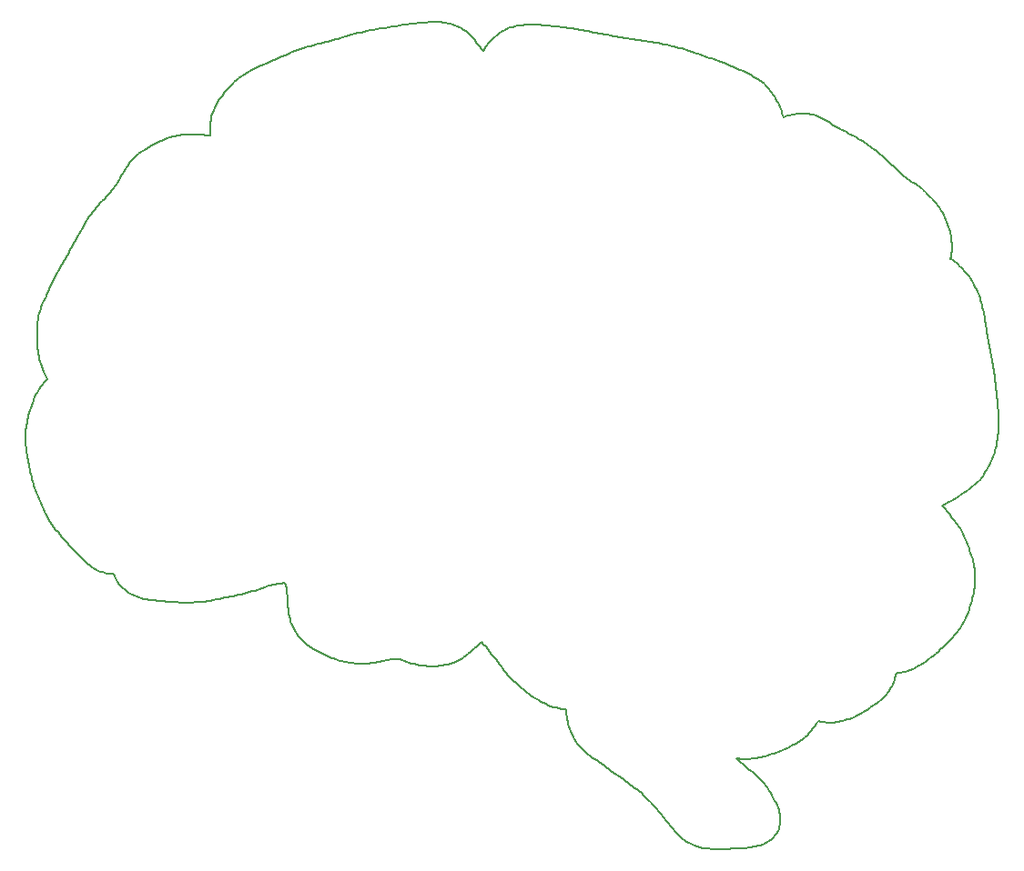
<source format=gbr>
%TF.GenerationSoftware,KiCad,Pcbnew,(6.0.10)*%
%TF.CreationDate,2022-12-29T11:48:08+01:00*%
%TF.ProjectId,brainBadge,62726169-6e42-4616-9467-652e6b696361,rev?*%
%TF.SameCoordinates,Original*%
%TF.FileFunction,Profile,NP*%
%FSLAX46Y46*%
G04 Gerber Fmt 4.6, Leading zero omitted, Abs format (unit mm)*
G04 Created by KiCad (PCBNEW (6.0.10)) date 2022-12-29 11:48:08*
%MOMM*%
%LPD*%
G01*
G04 APERTURE LIST*
%ADD10C,0.200000*%
%TA.AperFunction,Profile*%
%ADD11C,0.200000*%
%TD*%
G04 APERTURE END LIST*
D10*
X77825139Y-71842599D02*
X77711196Y-72061674D01*
X77595000Y-72279538D01*
X77476387Y-72496059D01*
X77355189Y-72711104D01*
X77231243Y-72924540D01*
X77104382Y-73136234D01*
X76974442Y-73346055D01*
X76841257Y-73553870D01*
X75634734Y-83934141D02*
X75491894Y-84103540D01*
X75351649Y-84275670D01*
X75214916Y-84450825D01*
X75082610Y-84629299D01*
X74955647Y-84811385D01*
X74834943Y-84997378D01*
X74721414Y-85187571D01*
X74615977Y-85382257D01*
X74519547Y-85581732D01*
X74433040Y-85786288D01*
X74381334Y-85925628D01*
X143268389Y-123040346D02*
X143166259Y-122851145D01*
X143062277Y-122662542D01*
X142955714Y-122475216D01*
X142845838Y-122289845D01*
X142731918Y-122107110D01*
X142613223Y-121927690D01*
X142489023Y-121752264D01*
X142358585Y-121581513D01*
X142221180Y-121416115D01*
X142076077Y-121256751D01*
X141974704Y-121154196D01*
X91699138Y-57862336D02*
X91540536Y-58110455D01*
X91393915Y-58366682D01*
X91260425Y-58630297D01*
X91141215Y-58900580D01*
X91037436Y-59176813D01*
X90950237Y-59458276D01*
X90880769Y-59744250D01*
X90830180Y-60034017D01*
X90799621Y-60326856D01*
X90790242Y-60622049D01*
X90796324Y-60819797D01*
X131316432Y-122845592D02*
X131466207Y-123001515D01*
X131619546Y-123157102D01*
X131774719Y-123312518D01*
X131929992Y-123467926D01*
X132083634Y-123623491D01*
X132233915Y-123779378D01*
X132379102Y-123935752D01*
X132517465Y-124092777D01*
X74773716Y-81060267D02*
X74804412Y-81304719D01*
X74843842Y-81547563D01*
X74891645Y-81788701D01*
X74947459Y-82028032D01*
X75010921Y-82265458D01*
X75081670Y-82500879D01*
X75159344Y-82734197D01*
X75243581Y-82965313D01*
X75334019Y-83194126D01*
X75430296Y-83420539D01*
X75497547Y-83570099D01*
X142350655Y-56428739D02*
X142126761Y-56248222D01*
X141896301Y-56078381D01*
X141659840Y-55918377D01*
X141417946Y-55767373D01*
X141171185Y-55624532D01*
X140920123Y-55489017D01*
X140665328Y-55359990D01*
X140407366Y-55236613D01*
X140146804Y-55118050D01*
X139884208Y-55003463D01*
X139620145Y-54892014D01*
X139355181Y-54782867D01*
X139089883Y-54675184D01*
X138824819Y-54568127D01*
X138560554Y-54460859D01*
X138297655Y-54352543D01*
X90829587Y-61245459D02*
X90613139Y-61213441D01*
X90395863Y-61185169D01*
X90177907Y-61160924D01*
X89959419Y-61140986D01*
X89740546Y-61125636D01*
X89521438Y-61115156D01*
X89302243Y-61109827D01*
X89083108Y-61109929D01*
X88864182Y-61115743D01*
X88645613Y-61127551D01*
X88427550Y-61145633D01*
X88210140Y-61170271D01*
X87993532Y-61201746D01*
X87777873Y-61240338D01*
X87563313Y-61286329D01*
X87350000Y-61340000D01*
X116191333Y-53360605D02*
X116042793Y-53158315D01*
X115894865Y-52954968D01*
X115746066Y-52751994D01*
X115594911Y-52550824D01*
X115439919Y-52352890D01*
X115279606Y-52159623D01*
X115112489Y-51972454D01*
X114937086Y-51792816D01*
X73642456Y-89597462D02*
X73654148Y-89828227D01*
X73670708Y-90058503D01*
X73691844Y-90288297D01*
X73717266Y-90517615D01*
X73746683Y-90746462D01*
X73779804Y-90974846D01*
X73816337Y-91202773D01*
X73855992Y-91430250D01*
X73898477Y-91657281D01*
X73943502Y-91883875D01*
X73990775Y-92110038D01*
X74040006Y-92335775D01*
X74090903Y-92561093D01*
X74143175Y-92785998D01*
X74196532Y-93010498D01*
X74250683Y-93234598D01*
X157927279Y-109803658D02*
X158140300Y-109631269D01*
X158350018Y-109454884D01*
X158556525Y-109274716D01*
X158759915Y-109090983D01*
X158960278Y-108903898D01*
X159157708Y-108713677D01*
X159352297Y-108520536D01*
X159544138Y-108324689D01*
X159733322Y-108126352D01*
X159919943Y-107925741D01*
X160042979Y-107790843D01*
X87350000Y-61340000D02*
X87071024Y-61420002D01*
X86796009Y-61511333D01*
X86524804Y-61613066D01*
X86257257Y-61724271D01*
X85993216Y-61844022D01*
X85732531Y-61971391D01*
X85475050Y-62105451D01*
X85220622Y-62245273D01*
X84969095Y-62389930D01*
X84720319Y-62538495D01*
X84555921Y-62639252D01*
X161234559Y-105817147D02*
X161319875Y-105609422D01*
X161401453Y-105398934D01*
X161478837Y-105186058D01*
X161551574Y-104971167D01*
X161619207Y-104754634D01*
X161681284Y-104536833D01*
X161737349Y-104318137D01*
X161786948Y-104098921D01*
X161829626Y-103879557D01*
X161864929Y-103660419D01*
X161884143Y-103514638D01*
X154522611Y-111751406D02*
X154566368Y-111545745D01*
X154594960Y-111337416D01*
X154597768Y-111309510D01*
X138686460Y-127658492D02*
X138907443Y-127650492D01*
X139129021Y-127643297D01*
X139351024Y-127636224D01*
X139573287Y-127628591D01*
X139795643Y-127619714D01*
X140017925Y-127608911D01*
X140239965Y-127595500D01*
X140461597Y-127578797D01*
X140682654Y-127558120D01*
X140902969Y-127532786D01*
X141122375Y-127502112D01*
X141340706Y-127465416D01*
X141557794Y-127422016D01*
X141773472Y-127371227D01*
X141987574Y-127312368D01*
X142199933Y-127244757D01*
X113455068Y-110312742D02*
X113701327Y-110213841D01*
X113937463Y-110097352D01*
X114164635Y-109965558D01*
X114384004Y-109820743D01*
X114596730Y-109665189D01*
X114803974Y-109501180D01*
X115006894Y-109330999D01*
X115206651Y-109156929D01*
X115404406Y-108981253D01*
X115601319Y-108806255D01*
X115732699Y-108691093D01*
X145208070Y-117911267D02*
X145449216Y-117767766D01*
X145685785Y-117613927D01*
X145915941Y-117449417D01*
X146137849Y-117273903D01*
X146349674Y-117087053D01*
X146549580Y-116888533D01*
X146735731Y-116678012D01*
X146906292Y-116455156D01*
X147059428Y-116219633D01*
X147193303Y-115971111D01*
X147270946Y-115798043D01*
X76841257Y-73553870D02*
X76707579Y-73796520D01*
X76576900Y-74040736D01*
X76449104Y-74286435D01*
X76324074Y-74533536D01*
X76201695Y-74781958D01*
X76081851Y-75031620D01*
X75964426Y-75282440D01*
X75849304Y-75534338D01*
X75736369Y-75787231D01*
X75625505Y-76041039D01*
X75552689Y-76210713D01*
X163291133Y-91919207D02*
X163391988Y-91729309D01*
X163485424Y-91535996D01*
X163571562Y-91339529D01*
X163650523Y-91140166D01*
X163722428Y-90938168D01*
X163787398Y-90733793D01*
X163845553Y-90527302D01*
X163897014Y-90318954D01*
X163941903Y-90109009D01*
X163980339Y-89897726D01*
X164002439Y-89756257D01*
X121503959Y-50925436D02*
X121270031Y-50908714D01*
X121034496Y-50897072D01*
X120797854Y-50891092D01*
X120560603Y-50891358D01*
X120323243Y-50898452D01*
X120086275Y-50912956D01*
X119850199Y-50935454D01*
X119615513Y-50966528D01*
X119382718Y-51006761D01*
X119152314Y-51056735D01*
X118924800Y-51117034D01*
X118700676Y-51188239D01*
X118480442Y-51270935D01*
X118264598Y-51365702D01*
X118053644Y-51473125D01*
X117848079Y-51593786D01*
X158632494Y-67913013D02*
X158506310Y-67741968D01*
X158374055Y-67576001D01*
X158236543Y-67414464D01*
X158094589Y-67256712D01*
X157949009Y-67102099D01*
X157800617Y-66949979D01*
X157650229Y-66799707D01*
X157498660Y-66650636D01*
X157346724Y-66502120D01*
X157195238Y-66353515D01*
X157094900Y-66254076D01*
X159622781Y-70176629D02*
X159559020Y-69953303D01*
X159489516Y-69731426D01*
X159414173Y-69511291D01*
X159332897Y-69293194D01*
X159245595Y-69077428D01*
X159152171Y-68864288D01*
X159052533Y-68654069D01*
X158946584Y-68447065D01*
X158834233Y-68243570D01*
X158715383Y-68043880D01*
X158632494Y-67913013D01*
X147546748Y-115799631D02*
X147759301Y-115839187D01*
X147972781Y-115867546D01*
X148186876Y-115885055D01*
X148401274Y-115892060D01*
X148615662Y-115888908D01*
X148829726Y-115875947D01*
X149043156Y-115853522D01*
X149255638Y-115821981D01*
X149466860Y-115781670D01*
X149676509Y-115732936D01*
X149884273Y-115676126D01*
X150089840Y-115611587D01*
X150292896Y-115539665D01*
X150493130Y-115460708D01*
X150690228Y-115375062D01*
X150883879Y-115283074D01*
X144370725Y-59438710D02*
X144175596Y-59513412D01*
X144087891Y-59384052D01*
D11*
X111598334Y-50646041D02*
X111598334Y-50646041D01*
D10*
X80249349Y-101669857D02*
X80433416Y-101758329D01*
X80622759Y-101834012D01*
X80816551Y-101897334D01*
X81013969Y-101948721D01*
X81214189Y-101988602D01*
X81416386Y-102017404D01*
X81619735Y-102035553D01*
X81823413Y-102043478D01*
X75497547Y-83570099D02*
X75581641Y-83755430D01*
X75634734Y-83934141D01*
X141974704Y-121154196D02*
X141804177Y-120989361D01*
X141629371Y-120829172D01*
X141451439Y-120672369D01*
X141271533Y-120517695D01*
X141090805Y-120363890D01*
X140910409Y-120209696D01*
X140731495Y-120053852D01*
X140555217Y-119895102D01*
X117848079Y-51593786D02*
X117662007Y-51727575D01*
X117482550Y-51869321D01*
X117309620Y-52018550D01*
X117143130Y-52174788D01*
X116982993Y-52337564D01*
X116829121Y-52506404D01*
X116681427Y-52680835D01*
X116539825Y-52860383D01*
X116404226Y-53044577D01*
X116274544Y-53232943D01*
X116191333Y-53360605D01*
X162091587Y-75553834D02*
X161992563Y-75344172D01*
X161888027Y-75136920D01*
X161777631Y-74932654D01*
X161661025Y-74731953D01*
X161537860Y-74535394D01*
X161407788Y-74343557D01*
X161270459Y-74157019D01*
X161125525Y-73976357D01*
X160972637Y-73802151D01*
X160811446Y-73634978D01*
X160699201Y-73527722D01*
X97801246Y-102910607D02*
X97858127Y-103145517D01*
X97903303Y-103382615D01*
X97938736Y-103621523D01*
X97966391Y-103861863D01*
X97988232Y-104103257D01*
X98006222Y-104345327D01*
X98022326Y-104587696D01*
X98038506Y-104829984D01*
X98056728Y-105071815D01*
X98078955Y-105312810D01*
X98107150Y-105552592D01*
X98143278Y-105790782D01*
X98189303Y-106027003D01*
X98247188Y-106260876D01*
X98318897Y-106492024D01*
X98406395Y-106720069D01*
X143072298Y-118826985D02*
X143277081Y-118752571D01*
X143481216Y-118676069D01*
X143684603Y-118597382D01*
X143887138Y-118516414D01*
X144088720Y-118433069D01*
X144289245Y-118347252D01*
X144488613Y-118258867D01*
X144686720Y-118167818D01*
X144883466Y-118074009D01*
X145078746Y-117977344D01*
X145208070Y-117911267D01*
X119444665Y-112373759D02*
X119612747Y-112525049D01*
X119782311Y-112675017D01*
X119953735Y-112822992D01*
X120127397Y-112968301D01*
X120303675Y-113110273D01*
X120482948Y-113248234D01*
X120665593Y-113381515D01*
X120851988Y-113509442D01*
X121042512Y-113631343D01*
X121237543Y-113746548D01*
X121370254Y-113819299D01*
X95682246Y-103364844D02*
X95874195Y-103295942D01*
X96067623Y-103230074D01*
X96262499Y-103168076D01*
X96458790Y-103110781D01*
X96656466Y-103059024D01*
X96855494Y-103013638D01*
X97055842Y-102975459D01*
X97257481Y-102945321D01*
X97460377Y-102924057D01*
X97664499Y-102912503D01*
X97801246Y-102910607D01*
X139769217Y-119233644D02*
X139978381Y-119260065D01*
X140187940Y-119278534D01*
X140397730Y-119289272D01*
X140607591Y-119292504D01*
X140817360Y-119288452D01*
X141026874Y-119277340D01*
X141235971Y-119259390D01*
X141444488Y-119234826D01*
X141652264Y-119203871D01*
X141859136Y-119166749D01*
X142064942Y-119123681D01*
X142269519Y-119074893D01*
X142472706Y-119020605D01*
X142674339Y-118961043D01*
X142874257Y-118896428D01*
X143072298Y-118826985D01*
X159651721Y-72700505D02*
X159726401Y-72470430D01*
X159779417Y-72236760D01*
X159812726Y-72000271D01*
X159828282Y-71761740D01*
X159828044Y-71521943D01*
X159813967Y-71281655D01*
X159788008Y-71041653D01*
X159752123Y-70802712D01*
X159708268Y-70565609D01*
X159658400Y-70331119D01*
X159622781Y-70176629D01*
X83196463Y-63994127D02*
X83058349Y-64184842D01*
X82928067Y-64380633D01*
X82803842Y-64580340D01*
X82683898Y-64782802D01*
X82566462Y-64986861D01*
X82449759Y-65191357D01*
X82332014Y-65395130D01*
X82211453Y-65597021D01*
X82086301Y-65795870D01*
X81954784Y-65990517D01*
X81862693Y-66117376D01*
X102285738Y-109936124D02*
X102482489Y-110006529D01*
X102681114Y-110070987D01*
X102881455Y-110129551D01*
X103083353Y-110182273D01*
X103286648Y-110229205D01*
X103491183Y-110270400D01*
X103696798Y-110305910D01*
X103903334Y-110335787D01*
X104110634Y-110360085D01*
X104318538Y-110378854D01*
X104526887Y-110392149D01*
X104735523Y-110400021D01*
X104944287Y-110402522D01*
X105153021Y-110399705D01*
X105361565Y-110391622D01*
X105569761Y-110378327D01*
X135872397Y-127341449D02*
X136126590Y-127427633D01*
X136384511Y-127499951D01*
X136645558Y-127559160D01*
X136909131Y-127606015D01*
X137174629Y-127641273D01*
X137441450Y-127665689D01*
X137708994Y-127680019D01*
X137976660Y-127685020D01*
X138243846Y-127681447D01*
X138509952Y-127670055D01*
X138686460Y-127658492D01*
X84555921Y-62639252D02*
X84357014Y-62776920D01*
X84166241Y-62924947D01*
X83983675Y-63082682D01*
X83809388Y-63249471D01*
X83643450Y-63424662D01*
X83485936Y-63607603D01*
X83336916Y-63797642D01*
X83196463Y-63994127D01*
X143821722Y-125387880D02*
X143855920Y-125156757D01*
X143867244Y-124926034D01*
X143857446Y-124696362D01*
X143828282Y-124468393D01*
X143781503Y-124242782D01*
X143718865Y-124020181D01*
X143642122Y-123801241D01*
X143553026Y-123586617D01*
X143453332Y-123376961D01*
X143344794Y-123172925D01*
X143268389Y-123040346D01*
X84409961Y-104305501D02*
X84665219Y-104363301D01*
X84921944Y-104412294D01*
X85179909Y-104453750D01*
X85438889Y-104488943D01*
X85698655Y-104519144D01*
X85958984Y-104545625D01*
X86219647Y-104569659D01*
X86480419Y-104592519D01*
X86741074Y-104615475D01*
X87001385Y-104639800D01*
X87174623Y-104657407D01*
X106009007Y-51384919D02*
X105716965Y-51437349D01*
X105425772Y-51493953D01*
X105135454Y-51554662D01*
X104846036Y-51619403D01*
X104557544Y-51688107D01*
X104270004Y-51760702D01*
X103983443Y-51837118D01*
X103697885Y-51917284D01*
X103413358Y-52001130D01*
X103129886Y-52088585D01*
X102941505Y-52148858D01*
X91674087Y-104373821D02*
X91927121Y-104321278D01*
X92180296Y-104268919D01*
X92433510Y-104216402D01*
X92686659Y-104163389D01*
X92939642Y-104109540D01*
X93192357Y-104054515D01*
X93444701Y-103997974D01*
X93696572Y-103939578D01*
X93947868Y-103878986D01*
X94198486Y-103815860D01*
X94448325Y-103749859D01*
X94697282Y-103680643D01*
X94945255Y-103607874D01*
X95192141Y-103531210D01*
X95437839Y-103450314D01*
X95682246Y-103364844D01*
X75505736Y-96432270D02*
X75647572Y-96693813D01*
X75798541Y-96949691D01*
X75957732Y-97200371D01*
X76124235Y-97446322D01*
X76297139Y-97688010D01*
X76475533Y-97925904D01*
X76658507Y-98160469D01*
X76845151Y-98392175D01*
X77034553Y-98621488D01*
X77225804Y-98848876D01*
X77353882Y-98999630D01*
X81862693Y-66117376D02*
X81688725Y-66321766D01*
X81511641Y-66523936D01*
X81332249Y-66724480D01*
X81151360Y-66923994D01*
X80969780Y-67123071D01*
X80788321Y-67322307D01*
X80607789Y-67522296D01*
X80428996Y-67723632D01*
X80252748Y-67926911D01*
X80079856Y-68132728D01*
X79911128Y-68341675D01*
X79747373Y-68554350D01*
X79589401Y-68771345D01*
X79438019Y-68993255D01*
X79294038Y-69220676D01*
X79158266Y-69454203D01*
X146719179Y-59251200D02*
X146499023Y-59213118D01*
X146277204Y-59187653D01*
X146054296Y-59174423D01*
X145830874Y-59173048D01*
X145607514Y-59183146D01*
X145384790Y-59204336D01*
X145163277Y-59236239D01*
X144943551Y-59278473D01*
X144726187Y-59330657D01*
X144511760Y-59392412D01*
X144370725Y-59438710D01*
X107750261Y-109981852D02*
X107948366Y-109950034D01*
X108190658Y-109960287D01*
X108428335Y-110011865D01*
X108662809Y-110089495D01*
X108895491Y-110177901D01*
X109127793Y-110261809D01*
X109267580Y-110303641D01*
X147270946Y-115798043D02*
X147479801Y-115788900D01*
X147546748Y-115799631D01*
X95295271Y-54825205D02*
X95052281Y-54933487D01*
X94814021Y-55050864D01*
X94580350Y-55176727D01*
X94351127Y-55310467D01*
X94126213Y-55451476D01*
X93905468Y-55599147D01*
X93688752Y-55752871D01*
X93475925Y-55912041D01*
X93266846Y-56076046D01*
X93061377Y-56244281D01*
X92926333Y-56358487D01*
X90796324Y-60819797D02*
X90807808Y-61019636D01*
X90826486Y-61218945D01*
X90829587Y-61245459D01*
X134009278Y-125959885D02*
X134154506Y-126124377D01*
X134304785Y-126285764D01*
X134460474Y-126442617D01*
X134621935Y-126593505D01*
X134789526Y-126736999D01*
X134963608Y-126871668D01*
X135144541Y-126996085D01*
X135332686Y-127108818D01*
X135528401Y-127208438D01*
X135732048Y-127293515D01*
X135872397Y-127341449D01*
X98406395Y-106720069D02*
X98507846Y-106964112D01*
X98623519Y-107201556D01*
X98753248Y-107431365D01*
X98896866Y-107652504D01*
X99054206Y-107863936D01*
X99225103Y-108064625D01*
X99409388Y-108253537D01*
X99606897Y-108429634D01*
X164002439Y-89756257D02*
X164048683Y-89465170D01*
X164087212Y-89173015D01*
X164118004Y-88879987D01*
X164141037Y-88586280D01*
X164156291Y-88292089D01*
X164163744Y-87997607D01*
X164163375Y-87703030D01*
X164155162Y-87408552D01*
X164139085Y-87114367D01*
X164115122Y-86820670D01*
X164094755Y-86625239D01*
X111598339Y-50646107D02*
X111245682Y-50661165D01*
X110893665Y-50682880D01*
X110542245Y-50710715D01*
X110191379Y-50744133D01*
X109841027Y-50782595D01*
X109491146Y-50825564D01*
X109141694Y-50872503D01*
X108792630Y-50922875D01*
X108443910Y-50976142D01*
X108095493Y-51031766D01*
X107747338Y-51089210D01*
X107399401Y-51147936D01*
X107051642Y-51207408D01*
X106704018Y-51267087D01*
X106356486Y-51326436D01*
X106009007Y-51384919D01*
X161884143Y-103514638D02*
X161918130Y-103299830D01*
X161944444Y-103084142D01*
X161963157Y-102867799D01*
X161974346Y-102651025D01*
X161978083Y-102434042D01*
X161974443Y-102217077D01*
X161963500Y-102000352D01*
X161945329Y-101784091D01*
X161920004Y-101568520D01*
X161887599Y-101353861D01*
X161848189Y-101140339D01*
X161801848Y-100928179D01*
X161748650Y-100717603D01*
X161688670Y-100508836D01*
X161621981Y-100302103D01*
X161548659Y-100097627D01*
X116088497Y-108374360D02*
X116266032Y-108610911D01*
X116447972Y-108843968D01*
X116633117Y-109074482D01*
X116820268Y-109303403D01*
X117008225Y-109531680D01*
X117195788Y-109760264D01*
X117381758Y-109990106D01*
X117564935Y-110222154D01*
X117744120Y-110457360D01*
X117918112Y-110696673D01*
X118030631Y-110858967D01*
X102941505Y-52148858D02*
X102712331Y-52215460D01*
X102482265Y-52279934D01*
X102251433Y-52342647D01*
X102019963Y-52403970D01*
X101787982Y-52464272D01*
X101555617Y-52523922D01*
X101322996Y-52583289D01*
X101090246Y-52642744D01*
X100857495Y-52702655D01*
X100624869Y-52763392D01*
X100392497Y-52825325D01*
X100160505Y-52888822D01*
X99929021Y-52954254D01*
X99698173Y-53021990D01*
X99468087Y-53092398D01*
X99238891Y-53165850D01*
X77353882Y-98999630D02*
X77517004Y-99184242D01*
X77680501Y-99369444D01*
X77844804Y-99554603D01*
X78010341Y-99739086D01*
X78177542Y-99922261D01*
X78346836Y-100103495D01*
X78518653Y-100282155D01*
X78693421Y-100457608D01*
X78871570Y-100629221D01*
X79053529Y-100796362D01*
X79239729Y-100958399D01*
X79430597Y-101114697D01*
X79626564Y-101264625D01*
X79828059Y-101407549D01*
X80035510Y-101542837D01*
X80249349Y-101669857D01*
X99606897Y-108429634D02*
X99830210Y-108614713D01*
X100061661Y-108788324D01*
X100300426Y-108951297D01*
X100545680Y-109104461D01*
X100796601Y-109248645D01*
X101052364Y-109384680D01*
X101312145Y-109513395D01*
X101575120Y-109635619D01*
X101840465Y-109752181D01*
X102107357Y-109863911D01*
X102285738Y-109936124D01*
X79158266Y-69454203D02*
X79031011Y-69676821D01*
X78904709Y-69899985D01*
X78779194Y-70123599D01*
X78654297Y-70347566D01*
X78529853Y-70571790D01*
X78405693Y-70796175D01*
X78281651Y-71020624D01*
X78157560Y-71245041D01*
X78033252Y-71469330D01*
X77908561Y-71693394D01*
X77825139Y-71842599D01*
X109267580Y-110303641D02*
X109521853Y-110379913D01*
X109779171Y-110446920D01*
X110039092Y-110504483D01*
X110301178Y-110552427D01*
X110564989Y-110590572D01*
X110830086Y-110618742D01*
X111096029Y-110636759D01*
X111362378Y-110644445D01*
X111628695Y-110641624D01*
X111894539Y-110628117D01*
X112159471Y-110603747D01*
X112423051Y-110568337D01*
X112684840Y-110521708D01*
X112944399Y-110463685D01*
X113201288Y-110394088D01*
X113455068Y-110312742D01*
X74381334Y-85925628D02*
X74296112Y-86144794D01*
X74215027Y-86365869D01*
X74138310Y-86588739D01*
X74066188Y-86813290D01*
X73998890Y-87039407D01*
X73936645Y-87266977D01*
X73879682Y-87495885D01*
X73828230Y-87726017D01*
X73782517Y-87957260D01*
X73742772Y-88189499D01*
X73709225Y-88422620D01*
X73682104Y-88656508D01*
X73661638Y-88891051D01*
X73648055Y-89126133D01*
X73641584Y-89361642D01*
X73642456Y-89597462D01*
X160072218Y-97118366D02*
X159928886Y-96936451D01*
X159787073Y-96753342D01*
X159646188Y-96569504D01*
X159505639Y-96385404D01*
X159364834Y-96201506D01*
X159223181Y-96018277D01*
X159080090Y-95836183D01*
X158934968Y-95655689D01*
X115732699Y-108691093D02*
X115888360Y-108552521D01*
X116044022Y-108413951D01*
X116088497Y-108374360D01*
X160699201Y-73527722D02*
X160546194Y-73385760D01*
X160390118Y-73246477D01*
X160230371Y-73111254D01*
X160066356Y-72981477D01*
X159897474Y-72858528D01*
X159723125Y-72743790D01*
X159651721Y-72700505D01*
X74250683Y-93234598D02*
X74309534Y-93441418D01*
X74371649Y-93647222D01*
X74436886Y-93852028D01*
X74505107Y-94055855D01*
X74576172Y-94258721D01*
X74649942Y-94460647D01*
X74726278Y-94661650D01*
X74805039Y-94861749D01*
X74886087Y-95060964D01*
X74969282Y-95259312D01*
X75054485Y-95456814D01*
X75141556Y-95653486D01*
X75230356Y-95849349D01*
X75320746Y-96044422D01*
X75412585Y-96238722D01*
X75505736Y-96432270D01*
X163632385Y-82535260D02*
X163592278Y-82311841D01*
X163551085Y-82088612D01*
X163509031Y-81865534D01*
X163466341Y-81642565D01*
X163423241Y-81419667D01*
X163379957Y-81196799D01*
X163336715Y-80973922D01*
X163293740Y-80750995D01*
X163251257Y-80527978D01*
X163209493Y-80304833D01*
X163168673Y-80081518D01*
X163129023Y-79857995D01*
X163090769Y-79634222D01*
X163054135Y-79410161D01*
X163019349Y-79185771D01*
X162986635Y-78961013D01*
X133561699Y-52857095D02*
X133284037Y-52792546D01*
X133005508Y-52732906D01*
X132726210Y-52677600D01*
X132446244Y-52626057D01*
X132165709Y-52577704D01*
X131884707Y-52531967D01*
X131603336Y-52488274D01*
X131321697Y-52446052D01*
X131039890Y-52404728D01*
X130758016Y-52363730D01*
X130476173Y-52322484D01*
X130194463Y-52280418D01*
X129912984Y-52236959D01*
X129631839Y-52191533D01*
X129351125Y-52143569D01*
X129070945Y-52092494D01*
X124490972Y-117052377D02*
X124600607Y-117261903D01*
X124718686Y-117467496D01*
X124845359Y-117668220D01*
X124980778Y-117863138D01*
X125125093Y-118051313D01*
X125278456Y-118231808D01*
X125441017Y-118403687D01*
X125612930Y-118566013D01*
X125794343Y-118717849D01*
X125985410Y-118858259D01*
X126118225Y-118945055D01*
X162986635Y-78961013D02*
X162951164Y-78743427D01*
X162915508Y-78525425D01*
X162879122Y-78307226D01*
X162841459Y-78089054D01*
X162801975Y-77871130D01*
X162760126Y-77653676D01*
X162715365Y-77436915D01*
X162667148Y-77221068D01*
X162614930Y-77006356D01*
X162558166Y-76793003D01*
X162496311Y-76581230D01*
X162428819Y-76371259D01*
X162355145Y-76163312D01*
X162274746Y-75957610D01*
X162187074Y-75754377D01*
X162091587Y-75553834D01*
X129681405Y-121514169D02*
X129894162Y-121670290D01*
X130108481Y-121824907D01*
X130322383Y-121980243D01*
X130533892Y-122138525D01*
X130741028Y-122301976D01*
X130941815Y-122472821D01*
X131134276Y-122653285D01*
X131316432Y-122845592D01*
X144087891Y-59384052D02*
X144030784Y-59174685D01*
X143965915Y-58967665D01*
X143893475Y-58763193D01*
X143813657Y-58561471D01*
X143726655Y-58362700D01*
X143632662Y-58167083D01*
X143531870Y-57974822D01*
X143424473Y-57786117D01*
X143310663Y-57601171D01*
X143190633Y-57420186D01*
X143064577Y-57243362D01*
X142932688Y-57070903D01*
X142795158Y-56903009D01*
X142652180Y-56739882D01*
X142503948Y-56581725D01*
X142350655Y-56428739D01*
X126118225Y-118945055D02*
X126342220Y-119103809D01*
X126565965Y-119262922D01*
X126789476Y-119422368D01*
X127012769Y-119582123D01*
X127235861Y-119742161D01*
X127458769Y-119902458D01*
X127681510Y-120062989D01*
X127904101Y-120223729D01*
X128126557Y-120384652D01*
X128348896Y-120545735D01*
X128571135Y-120706951D01*
X128793290Y-120868276D01*
X129015377Y-121029686D01*
X129237415Y-121191154D01*
X129459418Y-121352657D01*
X129681405Y-121514169D01*
X161971667Y-93718209D02*
X162131455Y-93579501D01*
X162280416Y-93431175D01*
X162419715Y-93274415D01*
X162550513Y-93110406D01*
X162673973Y-92940332D01*
X162791260Y-92765378D01*
X162903535Y-92586729D01*
X163011962Y-92405568D01*
X163117704Y-92223081D01*
X163221924Y-92040453D01*
X163291133Y-91919207D01*
X129070945Y-52092494D02*
X128813912Y-52047048D01*
X128556988Y-52000989D01*
X128300158Y-51954403D01*
X128043408Y-51907378D01*
X127786721Y-51860001D01*
X127530084Y-51812359D01*
X127273481Y-51764539D01*
X127016897Y-51716630D01*
X126760317Y-51668718D01*
X126503726Y-51620891D01*
X126247108Y-51573235D01*
X125990450Y-51525838D01*
X125733736Y-51478788D01*
X125476951Y-51432172D01*
X125220079Y-51386077D01*
X124963107Y-51340591D01*
X149434767Y-60632472D02*
X149186329Y-60491594D01*
X148940149Y-60344580D01*
X148695006Y-60194369D01*
X148449678Y-60043899D01*
X148202942Y-59896111D01*
X147953575Y-59753945D01*
X147700357Y-59620339D01*
X147442063Y-59498234D01*
X147177474Y-59390569D01*
X146905365Y-59300283D01*
X146719179Y-59251200D01*
X160042979Y-107790843D02*
X160185547Y-107626268D01*
X160321570Y-107456654D01*
X160451102Y-107282279D01*
X160574201Y-107103423D01*
X160690922Y-106920364D01*
X160801320Y-106733384D01*
X160905452Y-106542759D01*
X161003373Y-106348771D01*
X161095140Y-106151698D01*
X161180807Y-105951820D01*
X161234559Y-105817147D01*
X154597768Y-111309510D02*
X154830136Y-111285110D01*
X155059287Y-111248060D01*
X155285217Y-111199079D01*
X155507921Y-111138885D01*
X155727395Y-111068198D01*
X155943636Y-110987737D01*
X156156639Y-110898219D01*
X156366400Y-110800365D01*
X156572915Y-110694892D01*
X156776179Y-110582520D01*
X156976189Y-110463968D01*
X157172940Y-110339953D01*
X157366429Y-110211197D01*
X157556651Y-110078416D01*
X157743602Y-109942330D01*
X157927279Y-109803658D01*
X121370254Y-113819299D02*
X121592477Y-113943056D01*
X121819066Y-114059708D01*
X122049768Y-114168570D01*
X122284327Y-114268958D01*
X122522488Y-114360188D01*
X122763997Y-114441575D01*
X123008598Y-114512435D01*
X123256037Y-114572084D01*
X123506059Y-114619837D01*
X123758409Y-114655010D01*
X123927811Y-114671133D01*
X157094900Y-66254076D02*
X156930743Y-66115563D01*
X156760207Y-65985758D01*
X156584875Y-65862507D01*
X156406329Y-65743658D01*
X156226155Y-65627061D01*
X156045935Y-65510563D01*
X155867253Y-65392012D01*
X155691694Y-65269256D01*
X155520840Y-65140144D01*
X155356275Y-65002523D01*
X155250842Y-64904987D01*
X118030631Y-110858967D02*
X118184860Y-111068271D01*
X118345279Y-111272798D01*
X118512009Y-111472085D01*
X118685175Y-111665670D01*
X118864900Y-111853092D01*
X119051307Y-112033888D01*
X119244521Y-112207598D01*
X119444665Y-112373759D01*
X164094755Y-86625239D02*
X164070968Y-86368971D01*
X164047964Y-86112651D01*
X164025429Y-85856310D01*
X164003049Y-85599977D01*
X163980510Y-85343680D01*
X163957499Y-85087449D01*
X163933702Y-84831315D01*
X163908805Y-84575305D01*
X163882494Y-84319450D01*
X163854456Y-84063779D01*
X163824377Y-83808321D01*
X163791943Y-83553105D01*
X163756841Y-83298162D01*
X163718756Y-83043521D01*
X163677375Y-82789210D01*
X163632385Y-82535260D01*
X142199933Y-127244757D02*
X142424583Y-127153997D01*
X142639644Y-127042028D01*
X142843237Y-126910224D01*
X143033480Y-126759959D01*
X143208491Y-126592608D01*
X143366390Y-126409545D01*
X143505296Y-126212143D01*
X143623328Y-126001778D01*
X143718604Y-125779824D01*
X143789244Y-125547655D01*
X143821722Y-125387880D01*
X81823413Y-102043478D02*
X81907211Y-102251395D01*
X82004439Y-102452870D01*
X82114444Y-102647384D01*
X82236572Y-102834414D01*
X82370171Y-103013440D01*
X82514586Y-103183941D01*
X82669165Y-103345396D01*
X82833254Y-103497285D01*
X83006201Y-103639087D01*
X83187352Y-103770280D01*
X83376053Y-103890344D01*
X83571653Y-103998759D01*
X83773496Y-104095002D01*
X83980931Y-104178554D01*
X84193303Y-104248894D01*
X84409961Y-104305501D01*
X92926333Y-56358487D02*
X92750242Y-56526290D01*
X92583011Y-56702456D01*
X92423452Y-56885686D01*
X92270376Y-57074681D01*
X92122595Y-57268142D01*
X91978920Y-57464771D01*
X91838164Y-57663269D01*
X91699138Y-57862336D01*
X153220485Y-113760411D02*
X153392433Y-113611356D01*
X153555541Y-113452233D01*
X153709295Y-113283712D01*
X153853185Y-113106466D01*
X153986699Y-112921165D01*
X154109327Y-112728481D01*
X154220556Y-112529087D01*
X154319875Y-112323652D01*
X154406772Y-112112849D01*
X154480738Y-111897350D01*
X154522611Y-111751406D01*
X138297655Y-54352543D02*
X138089393Y-54271903D01*
X137880476Y-54196168D01*
X137671062Y-54124299D01*
X137461308Y-54055260D01*
X137251371Y-53988014D01*
X137041407Y-53921523D01*
X136831576Y-53854750D01*
X136622033Y-53786659D01*
X136412936Y-53716211D01*
X136204442Y-53642369D01*
X136065860Y-53590745D01*
X155250842Y-64904987D02*
X155073540Y-64744860D01*
X154897705Y-64582983D01*
X154722969Y-64419786D01*
X154548961Y-64255699D01*
X154375315Y-64091149D01*
X154201662Y-63926568D01*
X154027634Y-63762384D01*
X153852862Y-63599028D01*
X153676977Y-63436928D01*
X153499612Y-63276513D01*
X153320398Y-63118215D01*
X153138967Y-62962461D01*
X152954951Y-62809682D01*
X152767980Y-62660306D01*
X152577686Y-62514765D01*
X152383703Y-62373486D01*
X105569761Y-110378327D02*
X105777312Y-110359386D01*
X105983664Y-110334416D01*
X106189007Y-110304198D01*
X106393533Y-110269514D01*
X106597433Y-110231145D01*
X106800897Y-110189874D01*
X107004118Y-110146481D01*
X107207285Y-110101748D01*
X107410591Y-110056456D01*
X107614226Y-110011387D01*
X107750261Y-109981852D01*
X99238891Y-53165850D02*
X98987017Y-53256261D01*
X98736742Y-53350592D01*
X98487875Y-53448383D01*
X98240230Y-53549173D01*
X97993618Y-53652503D01*
X97747850Y-53757913D01*
X97502740Y-53864943D01*
X97258099Y-53973133D01*
X97013738Y-54082022D01*
X96769469Y-54191151D01*
X96525105Y-54300060D01*
X96280458Y-54408289D01*
X96035339Y-54515378D01*
X95789560Y-54620867D01*
X95542933Y-54724296D01*
X95295271Y-54825205D01*
X161548659Y-100097627D02*
X161483696Y-99899527D01*
X161417194Y-99701294D01*
X161348702Y-99503295D01*
X161277769Y-99305898D01*
X161203944Y-99109474D01*
X161126778Y-98914390D01*
X161045820Y-98721015D01*
X160960619Y-98529717D01*
X160870725Y-98340866D01*
X160775687Y-98154829D01*
X160675055Y-97971976D01*
X160568378Y-97792675D01*
X160455207Y-97617295D01*
X160335090Y-97446204D01*
X160207577Y-97279771D01*
X160072218Y-97118366D01*
X87174623Y-104657407D02*
X87456622Y-104679201D01*
X87739080Y-104696529D01*
X88021875Y-104709219D01*
X88304887Y-104717099D01*
X88587996Y-104719996D01*
X88871081Y-104717739D01*
X89154021Y-104710155D01*
X89436695Y-104697073D01*
X89718985Y-104678320D01*
X90000768Y-104653724D01*
X90281924Y-104623114D01*
X90562333Y-104586317D01*
X90841874Y-104543161D01*
X91120427Y-104493475D01*
X91397872Y-104437085D01*
X91674087Y-104373821D01*
X124963107Y-51340591D02*
X124747196Y-51305699D01*
X124531278Y-51272429D01*
X124315347Y-51240689D01*
X124099396Y-51210386D01*
X123883418Y-51181429D01*
X123667407Y-51153726D01*
X123451355Y-51127185D01*
X123235256Y-51101713D01*
X123019103Y-51077220D01*
X122802890Y-51053613D01*
X122586609Y-51030800D01*
X122370254Y-51008690D01*
X122153818Y-50987190D01*
X121937295Y-50966209D01*
X121720677Y-50945655D01*
X121503959Y-50925436D01*
X123927811Y-114671133D02*
X123944940Y-114900961D01*
X123965905Y-115131366D01*
X123991931Y-115361677D01*
X124024246Y-115591222D01*
X124064077Y-115819330D01*
X124112650Y-116045329D01*
X124171193Y-116268547D01*
X124240932Y-116488314D01*
X124323094Y-116703958D01*
X124418907Y-116914806D01*
X124490972Y-117052377D01*
X132517465Y-124092777D02*
X132654591Y-124270050D01*
X132790616Y-124448207D01*
X132926117Y-124626783D01*
X133061670Y-124805310D01*
X133197852Y-124983325D01*
X133335240Y-125160360D01*
X133474411Y-125335949D01*
X133615942Y-125509628D01*
X133760408Y-125680929D01*
X133908388Y-125849388D01*
X134009278Y-125959885D01*
X158934968Y-95655689D02*
X159139470Y-95560001D01*
X159341888Y-95460174D01*
X159542247Y-95356368D01*
X159740574Y-95248744D01*
X159936895Y-95137465D01*
X160131237Y-95022691D01*
X160323627Y-94904583D01*
X160514091Y-94783303D01*
X160702656Y-94659011D01*
X160889349Y-94531870D01*
X161074195Y-94402041D01*
X161257222Y-94269684D01*
X161438456Y-94134961D01*
X161617924Y-93998033D01*
X161795652Y-93859062D01*
X161971667Y-93718209D01*
X74799963Y-78369423D02*
X74767735Y-78620175D01*
X74742604Y-78871704D01*
X74724245Y-79123848D01*
X74712332Y-79376448D01*
X74706543Y-79629343D01*
X74706551Y-79882374D01*
X74712032Y-80135380D01*
X74722663Y-80388201D01*
X74738118Y-80640676D01*
X74758073Y-80892646D01*
X74773716Y-81060267D01*
X114937086Y-51792816D02*
X114764050Y-51646494D01*
X114583788Y-51509834D01*
X114396831Y-51382897D01*
X114203708Y-51265746D01*
X114004950Y-51158443D01*
X113801087Y-51061052D01*
X113592650Y-50973634D01*
X113380168Y-50896253D01*
X113164172Y-50828971D01*
X112945191Y-50771851D01*
X112723757Y-50724956D01*
X112500399Y-50688348D01*
X112275647Y-50662090D01*
X112050032Y-50646244D01*
X111824084Y-50640873D01*
X111598334Y-50646041D01*
X140555217Y-119895102D02*
X140384654Y-119748766D01*
X140213461Y-119603190D01*
X140041475Y-119458560D01*
X139868532Y-119315062D01*
X139769217Y-119233644D01*
X136065860Y-53590745D02*
X135835927Y-53506300D01*
X135604885Y-53425132D01*
X135372771Y-53347229D01*
X135139624Y-53272577D01*
X134905481Y-53201165D01*
X134670380Y-53132981D01*
X134434359Y-53068011D01*
X134197458Y-53006244D01*
X133959712Y-52947667D01*
X133721161Y-52892268D01*
X133561699Y-52857095D01*
X75552689Y-76210713D02*
X75466002Y-76407137D01*
X75378435Y-76603722D01*
X75291448Y-76800838D01*
X75206498Y-76998857D01*
X75125046Y-77198149D01*
X75048550Y-77399085D01*
X74978468Y-77602036D01*
X74916261Y-77807373D01*
X74863386Y-78015466D01*
X74821302Y-78226688D01*
X74799963Y-78369423D01*
X152383703Y-62373486D02*
X152210670Y-62246680D01*
X152035778Y-62122603D01*
X151859104Y-62001182D01*
X151680723Y-61882347D01*
X151500712Y-61766029D01*
X151319146Y-61652156D01*
X151136103Y-61540659D01*
X150951658Y-61431467D01*
X150765886Y-61324509D01*
X150578866Y-61219716D01*
X150390672Y-61117018D01*
X150201381Y-61016342D01*
X150011068Y-60917620D01*
X149819811Y-60820782D01*
X149627685Y-60725755D01*
X149434767Y-60632472D01*
X150883879Y-115283074D02*
X151119970Y-115168669D01*
X151351394Y-115045975D01*
X151578546Y-114915830D01*
X151801821Y-114779075D01*
X152021616Y-114636548D01*
X152238326Y-114489090D01*
X152452347Y-114337539D01*
X152664076Y-114182736D01*
X152873907Y-114025520D01*
X153082237Y-113866730D01*
X153220485Y-113760411D01*
M02*

</source>
